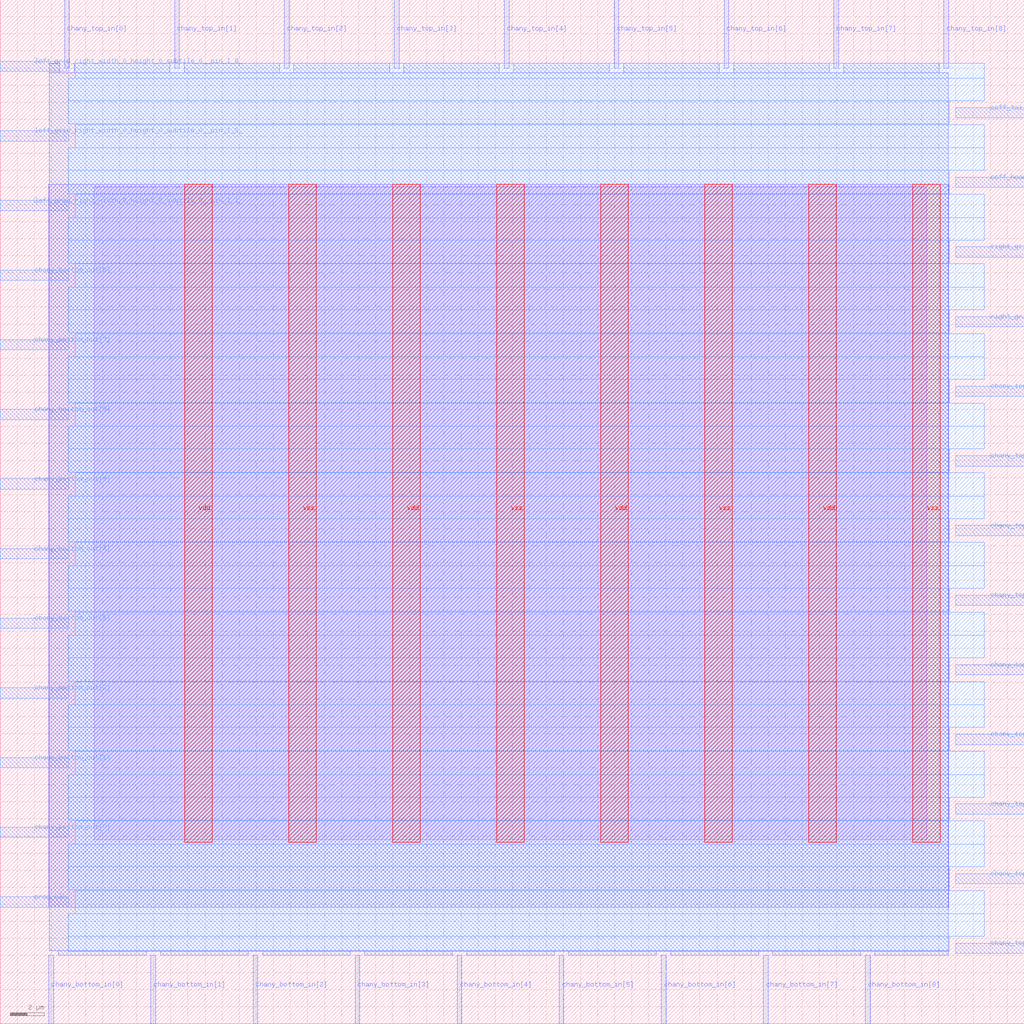
<source format=lef>
VERSION 5.7 ;
  NOWIREEXTENSIONATPIN ON ;
  DIVIDERCHAR "/" ;
  BUSBITCHARS "[]" ;
MACRO cby_1__1_
  CLASS BLOCK ;
  FOREIGN cby_1__1_ ;
  ORIGIN 0.000 0.000 ;
  SIZE 60.000 BY 60.000 ;
  PIN ccff_head
    DIRECTION INPUT ;
    USE SIGNAL ;
    ANTENNAGATEAREA 0.196500 ;
    PORT
      LAYER met3 ;
        RECT 56.000 49.000 60.000 49.600 ;
    END
  END ccff_head
  PIN ccff_tail
    DIRECTION OUTPUT TRISTATE ;
    USE SIGNAL ;
    ANTENNADIFFAREA 0.795200 ;
    PORT
      LAYER met3 ;
        RECT 56.000 53.080 60.000 53.680 ;
    END
  END ccff_tail
  PIN chany_bottom_in[0]
    DIRECTION INPUT ;
    USE SIGNAL ;
    ANTENNAGATEAREA 0.196500 ;
    PORT
      LAYER met2 ;
        RECT 2.850 0.000 3.130 4.000 ;
    END
  END chany_bottom_in[0]
  PIN chany_bottom_in[1]
    DIRECTION INPUT ;
    USE SIGNAL ;
    ANTENNAGATEAREA 0.196500 ;
    PORT
      LAYER met2 ;
        RECT 8.830 0.000 9.110 4.000 ;
    END
  END chany_bottom_in[1]
  PIN chany_bottom_in[2]
    DIRECTION INPUT ;
    USE SIGNAL ;
    ANTENNAGATEAREA 0.196500 ;
    PORT
      LAYER met2 ;
        RECT 14.810 0.000 15.090 4.000 ;
    END
  END chany_bottom_in[2]
  PIN chany_bottom_in[3]
    DIRECTION INPUT ;
    USE SIGNAL ;
    ANTENNAGATEAREA 0.196500 ;
    PORT
      LAYER met2 ;
        RECT 20.790 0.000 21.070 4.000 ;
    END
  END chany_bottom_in[3]
  PIN chany_bottom_in[4]
    DIRECTION INPUT ;
    USE SIGNAL ;
    ANTENNAGATEAREA 0.196500 ;
    PORT
      LAYER met2 ;
        RECT 26.770 0.000 27.050 4.000 ;
    END
  END chany_bottom_in[4]
  PIN chany_bottom_in[5]
    DIRECTION INPUT ;
    USE SIGNAL ;
    ANTENNAGATEAREA 0.196500 ;
    PORT
      LAYER met2 ;
        RECT 32.750 0.000 33.030 4.000 ;
    END
  END chany_bottom_in[5]
  PIN chany_bottom_in[6]
    DIRECTION INPUT ;
    USE SIGNAL ;
    ANTENNAGATEAREA 0.196500 ;
    PORT
      LAYER met2 ;
        RECT 38.730 0.000 39.010 4.000 ;
    END
  END chany_bottom_in[6]
  PIN chany_bottom_in[7]
    DIRECTION INPUT ;
    USE SIGNAL ;
    ANTENNAGATEAREA 0.196500 ;
    PORT
      LAYER met2 ;
        RECT 44.710 0.000 44.990 4.000 ;
    END
  END chany_bottom_in[7]
  PIN chany_bottom_in[8]
    DIRECTION INPUT ;
    USE SIGNAL ;
    ANTENNAGATEAREA 0.196500 ;
    PORT
      LAYER met2 ;
        RECT 50.690 0.000 50.970 4.000 ;
    END
  END chany_bottom_in[8]
  PIN chany_bottom_out[0]
    DIRECTION OUTPUT TRISTATE ;
    USE SIGNAL ;
    ANTENNADIFFAREA 0.795200 ;
    PORT
      LAYER met3 ;
        RECT 0.000 10.920 4.000 11.520 ;
    END
  END chany_bottom_out[0]
  PIN chany_bottom_out[1]
    DIRECTION OUTPUT TRISTATE ;
    USE SIGNAL ;
    ANTENNADIFFAREA 0.795200 ;
    PORT
      LAYER met3 ;
        RECT 0.000 15.000 4.000 15.600 ;
    END
  END chany_bottom_out[1]
  PIN chany_bottom_out[2]
    DIRECTION OUTPUT TRISTATE ;
    USE SIGNAL ;
    ANTENNADIFFAREA 0.795200 ;
    PORT
      LAYER met3 ;
        RECT 0.000 19.080 4.000 19.680 ;
    END
  END chany_bottom_out[2]
  PIN chany_bottom_out[3]
    DIRECTION OUTPUT TRISTATE ;
    USE SIGNAL ;
    ANTENNADIFFAREA 0.795200 ;
    PORT
      LAYER met3 ;
        RECT 0.000 23.160 4.000 23.760 ;
    END
  END chany_bottom_out[3]
  PIN chany_bottom_out[4]
    DIRECTION OUTPUT TRISTATE ;
    USE SIGNAL ;
    ANTENNADIFFAREA 0.795200 ;
    PORT
      LAYER met3 ;
        RECT 0.000 27.240 4.000 27.840 ;
    END
  END chany_bottom_out[4]
  PIN chany_bottom_out[5]
    DIRECTION OUTPUT TRISTATE ;
    USE SIGNAL ;
    ANTENNADIFFAREA 0.795200 ;
    PORT
      LAYER met3 ;
        RECT 0.000 31.320 4.000 31.920 ;
    END
  END chany_bottom_out[5]
  PIN chany_bottom_out[6]
    DIRECTION OUTPUT TRISTATE ;
    USE SIGNAL ;
    ANTENNADIFFAREA 0.795200 ;
    PORT
      LAYER met3 ;
        RECT 0.000 35.400 4.000 36.000 ;
    END
  END chany_bottom_out[6]
  PIN chany_bottom_out[7]
    DIRECTION OUTPUT TRISTATE ;
    USE SIGNAL ;
    ANTENNADIFFAREA 0.795200 ;
    PORT
      LAYER met3 ;
        RECT 0.000 39.480 4.000 40.080 ;
    END
  END chany_bottom_out[7]
  PIN chany_bottom_out[8]
    DIRECTION OUTPUT TRISTATE ;
    USE SIGNAL ;
    ANTENNADIFFAREA 0.795200 ;
    PORT
      LAYER met3 ;
        RECT 0.000 43.560 4.000 44.160 ;
    END
  END chany_bottom_out[8]
  PIN chany_top_in[0]
    DIRECTION INPUT ;
    USE SIGNAL ;
    ANTENNAGATEAREA 0.196500 ;
    PORT
      LAYER met2 ;
        RECT 3.770 56.000 4.050 60.000 ;
    END
  END chany_top_in[0]
  PIN chany_top_in[1]
    DIRECTION INPUT ;
    USE SIGNAL ;
    ANTENNAGATEAREA 0.196500 ;
    PORT
      LAYER met2 ;
        RECT 10.210 56.000 10.490 60.000 ;
    END
  END chany_top_in[1]
  PIN chany_top_in[2]
    DIRECTION INPUT ;
    USE SIGNAL ;
    ANTENNAGATEAREA 0.196500 ;
    PORT
      LAYER met2 ;
        RECT 16.650 56.000 16.930 60.000 ;
    END
  END chany_top_in[2]
  PIN chany_top_in[3]
    DIRECTION INPUT ;
    USE SIGNAL ;
    ANTENNAGATEAREA 0.196500 ;
    PORT
      LAYER met2 ;
        RECT 23.090 56.000 23.370 60.000 ;
    END
  END chany_top_in[3]
  PIN chany_top_in[4]
    DIRECTION INPUT ;
    USE SIGNAL ;
    ANTENNAGATEAREA 0.196500 ;
    PORT
      LAYER met2 ;
        RECT 29.530 56.000 29.810 60.000 ;
    END
  END chany_top_in[4]
  PIN chany_top_in[5]
    DIRECTION INPUT ;
    USE SIGNAL ;
    ANTENNAGATEAREA 0.196500 ;
    PORT
      LAYER met2 ;
        RECT 35.970 56.000 36.250 60.000 ;
    END
  END chany_top_in[5]
  PIN chany_top_in[6]
    DIRECTION INPUT ;
    USE SIGNAL ;
    ANTENNAGATEAREA 0.196500 ;
    PORT
      LAYER met2 ;
        RECT 42.410 56.000 42.690 60.000 ;
    END
  END chany_top_in[6]
  PIN chany_top_in[7]
    DIRECTION INPUT ;
    USE SIGNAL ;
    ANTENNAGATEAREA 0.196500 ;
    PORT
      LAYER met2 ;
        RECT 48.850 56.000 49.130 60.000 ;
    END
  END chany_top_in[7]
  PIN chany_top_in[8]
    DIRECTION INPUT ;
    USE SIGNAL ;
    ANTENNAGATEAREA 0.196500 ;
    PORT
      LAYER met2 ;
        RECT 55.290 56.000 55.570 60.000 ;
    END
  END chany_top_in[8]
  PIN chany_top_out[0]
    DIRECTION OUTPUT TRISTATE ;
    USE SIGNAL ;
    ANTENNADIFFAREA 0.795200 ;
    PORT
      LAYER met3 ;
        RECT 56.000 4.120 60.000 4.720 ;
    END
  END chany_top_out[0]
  PIN chany_top_out[1]
    DIRECTION OUTPUT TRISTATE ;
    USE SIGNAL ;
    ANTENNADIFFAREA 0.445500 ;
    PORT
      LAYER met3 ;
        RECT 56.000 8.200 60.000 8.800 ;
    END
  END chany_top_out[1]
  PIN chany_top_out[2]
    DIRECTION OUTPUT TRISTATE ;
    USE SIGNAL ;
    ANTENNADIFFAREA 0.795200 ;
    PORT
      LAYER met3 ;
        RECT 56.000 12.280 60.000 12.880 ;
    END
  END chany_top_out[2]
  PIN chany_top_out[3]
    DIRECTION OUTPUT TRISTATE ;
    USE SIGNAL ;
    ANTENNADIFFAREA 0.445500 ;
    PORT
      LAYER met3 ;
        RECT 56.000 16.360 60.000 16.960 ;
    END
  END chany_top_out[3]
  PIN chany_top_out[4]
    DIRECTION OUTPUT TRISTATE ;
    USE SIGNAL ;
    ANTENNADIFFAREA 0.795200 ;
    PORT
      LAYER met3 ;
        RECT 56.000 20.440 60.000 21.040 ;
    END
  END chany_top_out[4]
  PIN chany_top_out[5]
    DIRECTION OUTPUT TRISTATE ;
    USE SIGNAL ;
    ANTENNADIFFAREA 0.795200 ;
    PORT
      LAYER met3 ;
        RECT 56.000 24.520 60.000 25.120 ;
    END
  END chany_top_out[5]
  PIN chany_top_out[6]
    DIRECTION OUTPUT TRISTATE ;
    USE SIGNAL ;
    ANTENNADIFFAREA 0.445500 ;
    PORT
      LAYER met3 ;
        RECT 56.000 28.600 60.000 29.200 ;
    END
  END chany_top_out[6]
  PIN chany_top_out[7]
    DIRECTION OUTPUT TRISTATE ;
    USE SIGNAL ;
    ANTENNADIFFAREA 0.445500 ;
    PORT
      LAYER met3 ;
        RECT 56.000 32.680 60.000 33.280 ;
    END
  END chany_top_out[7]
  PIN chany_top_out[8]
    DIRECTION OUTPUT TRISTATE ;
    USE SIGNAL ;
    ANTENNADIFFAREA 0.445500 ;
    PORT
      LAYER met3 ;
        RECT 56.000 36.760 60.000 37.360 ;
    END
  END chany_top_out[8]
  PIN left_grid_right_width_0_height_0_subtile_0__pin_I_1_
    DIRECTION OUTPUT TRISTATE ;
    USE SIGNAL ;
    ANTENNADIFFAREA 0.795200 ;
    PORT
      LAYER met3 ;
        RECT 0.000 47.640 4.000 48.240 ;
    END
  END left_grid_right_width_0_height_0_subtile_0__pin_I_1_
  PIN left_grid_right_width_0_height_0_subtile_0__pin_I_5_
    DIRECTION OUTPUT TRISTATE ;
    USE SIGNAL ;
    ANTENNADIFFAREA 0.795200 ;
    PORT
      LAYER met3 ;
        RECT 0.000 51.720 4.000 52.320 ;
    END
  END left_grid_right_width_0_height_0_subtile_0__pin_I_5_
  PIN left_grid_right_width_0_height_0_subtile_0__pin_I_9_
    DIRECTION OUTPUT TRISTATE ;
    USE SIGNAL ;
    ANTENNADIFFAREA 0.795200 ;
    PORT
      LAYER met3 ;
        RECT 0.000 55.800 4.000 56.400 ;
    END
  END left_grid_right_width_0_height_0_subtile_0__pin_I_9_
  PIN prog_clk
    DIRECTION INPUT ;
    USE SIGNAL ;
    ANTENNAGATEAREA 0.852000 ;
    PORT
      LAYER met3 ;
        RECT 0.000 6.840 4.000 7.440 ;
    END
  END prog_clk
  PIN right_grid_left_width_0_height_0_subtile_0__pin_I_3_
    DIRECTION OUTPUT TRISTATE ;
    USE SIGNAL ;
    ANTENNADIFFAREA 0.795200 ;
    PORT
      LAYER met3 ;
        RECT 56.000 40.840 60.000 41.440 ;
    END
  END right_grid_left_width_0_height_0_subtile_0__pin_I_3_
  PIN right_grid_left_width_0_height_0_subtile_0__pin_I_7_
    DIRECTION OUTPUT TRISTATE ;
    USE SIGNAL ;
    ANTENNADIFFAREA 0.445500 ;
    PORT
      LAYER met3 ;
        RECT 56.000 44.920 60.000 45.520 ;
    END
  END right_grid_left_width_0_height_0_subtile_0__pin_I_7_
  PIN vdd
    DIRECTION INOUT ;
    USE POWER ;
    PORT
      LAYER met4 ;
        RECT 10.815 10.640 12.415 49.200 ;
    END
    PORT
      LAYER met4 ;
        RECT 23.005 10.640 24.605 49.200 ;
    END
    PORT
      LAYER met4 ;
        RECT 35.195 10.640 36.795 49.200 ;
    END
    PORT
      LAYER met4 ;
        RECT 47.385 10.640 48.985 49.200 ;
    END
  END vdd
  PIN vss
    DIRECTION INOUT ;
    USE GROUND ;
    PORT
      LAYER met4 ;
        RECT 16.910 10.640 18.510 49.200 ;
    END
    PORT
      LAYER met4 ;
        RECT 29.100 10.640 30.700 49.200 ;
    END
    PORT
      LAYER met4 ;
        RECT 41.290 10.640 42.890 49.200 ;
    END
    PORT
      LAYER met4 ;
        RECT 53.480 10.640 55.080 49.200 ;
    END
  END vss
  OBS
      LAYER li1 ;
        RECT 5.520 10.795 54.280 49.045 ;
      LAYER met1 ;
        RECT 2.830 6.840 55.590 49.200 ;
      LAYER met2 ;
        RECT 2.860 55.720 3.490 56.285 ;
        RECT 4.330 55.720 9.930 56.285 ;
        RECT 10.770 55.720 16.370 56.285 ;
        RECT 17.210 55.720 22.810 56.285 ;
        RECT 23.650 55.720 29.250 56.285 ;
        RECT 30.090 55.720 35.690 56.285 ;
        RECT 36.530 55.720 42.130 56.285 ;
        RECT 42.970 55.720 48.570 56.285 ;
        RECT 49.410 55.720 55.010 56.285 ;
        RECT 2.860 4.280 55.560 55.720 ;
        RECT 3.410 4.000 8.550 4.280 ;
        RECT 9.390 4.000 14.530 4.280 ;
        RECT 15.370 4.000 20.510 4.280 ;
        RECT 21.350 4.000 26.490 4.280 ;
        RECT 27.330 4.000 32.470 4.280 ;
        RECT 33.310 4.000 38.450 4.280 ;
        RECT 39.290 4.000 44.430 4.280 ;
        RECT 45.270 4.000 50.410 4.280 ;
        RECT 51.250 4.000 55.560 4.280 ;
      LAYER met3 ;
        RECT 4.400 55.400 57.650 56.265 ;
        RECT 3.990 54.080 57.650 55.400 ;
        RECT 3.990 52.720 55.600 54.080 ;
        RECT 4.400 52.680 55.600 52.720 ;
        RECT 4.400 51.320 57.650 52.680 ;
        RECT 3.990 50.000 57.650 51.320 ;
        RECT 3.990 48.640 55.600 50.000 ;
        RECT 4.400 48.600 55.600 48.640 ;
        RECT 4.400 47.240 57.650 48.600 ;
        RECT 3.990 45.920 57.650 47.240 ;
        RECT 3.990 44.560 55.600 45.920 ;
        RECT 4.400 44.520 55.600 44.560 ;
        RECT 4.400 43.160 57.650 44.520 ;
        RECT 3.990 41.840 57.650 43.160 ;
        RECT 3.990 40.480 55.600 41.840 ;
        RECT 4.400 40.440 55.600 40.480 ;
        RECT 4.400 39.080 57.650 40.440 ;
        RECT 3.990 37.760 57.650 39.080 ;
        RECT 3.990 36.400 55.600 37.760 ;
        RECT 4.400 36.360 55.600 36.400 ;
        RECT 4.400 35.000 57.650 36.360 ;
        RECT 3.990 33.680 57.650 35.000 ;
        RECT 3.990 32.320 55.600 33.680 ;
        RECT 4.400 32.280 55.600 32.320 ;
        RECT 4.400 30.920 57.650 32.280 ;
        RECT 3.990 29.600 57.650 30.920 ;
        RECT 3.990 28.240 55.600 29.600 ;
        RECT 4.400 28.200 55.600 28.240 ;
        RECT 4.400 26.840 57.650 28.200 ;
        RECT 3.990 25.520 57.650 26.840 ;
        RECT 3.990 24.160 55.600 25.520 ;
        RECT 4.400 24.120 55.600 24.160 ;
        RECT 4.400 22.760 57.650 24.120 ;
        RECT 3.990 21.440 57.650 22.760 ;
        RECT 3.990 20.080 55.600 21.440 ;
        RECT 4.400 20.040 55.600 20.080 ;
        RECT 4.400 18.680 57.650 20.040 ;
        RECT 3.990 17.360 57.650 18.680 ;
        RECT 3.990 16.000 55.600 17.360 ;
        RECT 4.400 15.960 55.600 16.000 ;
        RECT 4.400 14.600 57.650 15.960 ;
        RECT 3.990 13.280 57.650 14.600 ;
        RECT 3.990 11.920 55.600 13.280 ;
        RECT 4.400 11.880 55.600 11.920 ;
        RECT 4.400 10.520 57.650 11.880 ;
        RECT 3.990 9.200 57.650 10.520 ;
        RECT 3.990 7.840 55.600 9.200 ;
        RECT 4.400 7.800 55.600 7.840 ;
        RECT 4.400 6.440 57.650 7.800 ;
        RECT 3.990 5.120 57.650 6.440 ;
        RECT 3.990 4.255 55.600 5.120 ;
  END
END cby_1__1_
END LIBRARY


</source>
